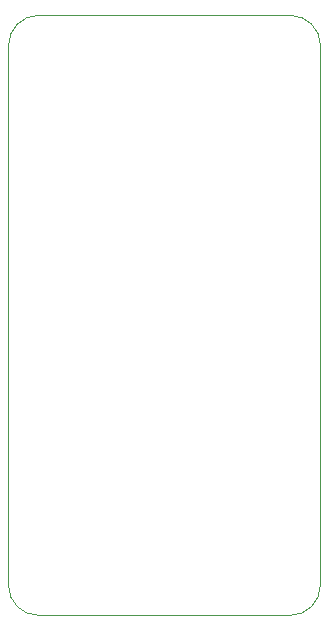
<source format=gbr>
%TF.GenerationSoftware,KiCad,Pcbnew,7.0.9*%
%TF.CreationDate,2024-08-31T12:22:45+08:00*%
%TF.ProjectId,IOT,494f542e-6b69-4636-9164-5f7063625858,rev?*%
%TF.SameCoordinates,Original*%
%TF.FileFunction,Profile,NP*%
%FSLAX46Y46*%
G04 Gerber Fmt 4.6, Leading zero omitted, Abs format (unit mm)*
G04 Created by KiCad (PCBNEW 7.0.9) date 2024-08-31 12:22:45*
%MOMM*%
%LPD*%
G01*
G04 APERTURE LIST*
%TA.AperFunction,Profile*%
%ADD10C,0.100000*%
%TD*%
G04 APERTURE END LIST*
D10*
X150622000Y-99060000D02*
X150622000Y-53340000D01*
X174498000Y-101600000D02*
G75*
G03*
X177038000Y-99060000I0J2540000D01*
G01*
X150622000Y-99060000D02*
G75*
G03*
X153162000Y-101600000I2540000J0D01*
G01*
X174498000Y-101600000D02*
X153162000Y-101600000D01*
X177038000Y-53340000D02*
G75*
G03*
X174498000Y-50800000I-2540000J0D01*
G01*
X153162000Y-50800000D02*
G75*
G03*
X150622000Y-53340000I0J-2540000D01*
G01*
X177038000Y-53340000D02*
X177038000Y-99060000D01*
X153162000Y-50800000D02*
X174498000Y-50800000D01*
M02*

</source>
